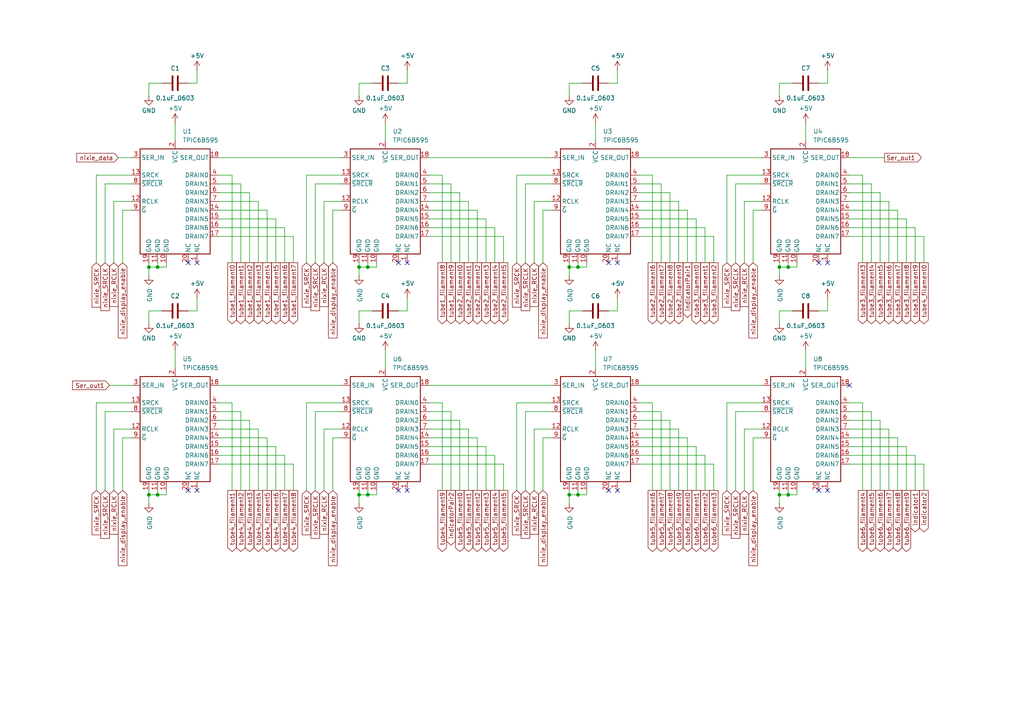
<source format=kicad_sch>
(kicad_sch (version 20250114) (generator "eeschema") (generator_version "9.0")
  (paper "A4")
  (title_block (title "Nixie Control - Shift Register") (date "2025-10-04") (rev "1") (company "Kadin Whiting"))
  (lib_symbols
    (symbol "Device:C" (pin_numbers (hide yes)) (pin_names (offset 0.254))
      (property "Reference" "C" (at 0.635 2.54 0))
      (property "Value" "C" (at 0.635 -2.54 0))
      (symbol "C_0_1"
        (polyline (pts (xy -2.032 0.762) (xy 2.032 0.762)) (stroke (width 0.508)))
        (polyline (pts (xy -2.032 -0.762) (xy 2.032 -0.762)) (stroke (width 0.508)))
      )
      (symbol "C_1_1"
        (pin passive line (at 0 3.81 270) (length 2.794) (name "~") (number "1"))
        (pin passive line (at 0 -3.81 90) (length 2.794) (name "~") (number "2"))
      )
    )
    (symbol "TPIC6B595DWR_1" (pin_names (offset 0.381))
      (property "Reference" "U1" (at 2.1433 17.78 0))
      (property "Value" "TPIC6B595" (at 2.1433 15.24 0))
      (symbol "TPIC6B595DWR_1_0_1"
        (rectangle (start -10.16 12.7) (end 10.16 -17.78) (stroke (width 0.254)))
      )
      (symbol "TPIC6B595DWR_1_1_1"
        (pin input line (at -12.7 10.16 0) (length 2.54) (name "SER_IN") (number "3"))
        (pin input line (at -12.7 5.08 0) (length 2.54) (name "SRCK") (number "13"))
        (pin input line (at -12.7 2.54 0) (length 2.54) (name "~{SRCLR}") (number "8"))
        (pin input line (at -12.7 -2.54 0) (length 2.54) (name "RCLK") (number "12"))
        (pin input line (at -12.7 -5.08 0) (length 2.54) (name "~{G}") (number "9"))
        (pin power_in line (at -7.62 -20.32 90) (length 2.54) (name "GND") (number "19"))
        (pin passive line (at -5.08 -20.32 90) (length 2.54) (name "GND") (number "11"))
        (pin passive line (at -2.54 -20.32 90) (length 2.54) (name "GND") (number "10"))
        (pin power_in line (at 0 15.24 270) (length 2.54) (name "VCC") (number "2"))
        (pin passive line (at 3.81 -20.32 90) (length 2.54) (name "NC") (number "20"))
        (pin power_in line (at 6.35 -20.32 90) (length 2.54) (name "NC") (number "1"))
        (pin output line (at 12.7 10.16 180) (length 2.54) (name "SER_OUT") (number "18"))
        (pin open_collector line (at 12.7 5.08 180) (length 2.54) (name "DRAIN0") (number "4"))
        (pin open_collector line (at 12.7 2.54 180) (length 2.54) (name "DRAIN1") (number "5"))
        (pin open_collector line (at 12.7 0 180) (length 2.54) (name "DRAIN2") (number "6"))
        (pin open_collector line (at 12.7 -2.54 180) (length 2.54) (name "DRAIN3") (number "7"))
        (pin open_collector line (at 12.7 -5.08 180) (length 2.54) (name "DRAIN4") (number "14"))
        (pin open_collector line (at 12.7 -7.62 180) (length 2.54) (name "DRAIN5") (number "15"))
        (pin open_collector line (at 12.7 -10.16 180) (length 2.54) (name "DRAIN6") (number "16"))
        (pin open_collector line (at 12.7 -12.7 180) (length 2.54) (name "DRAIN7") (number "17"))
      )
    )
    (symbol "power:+5V" (power) (pin_numbers (hide yes)) (pin_names (offset 0) (hide yes))
      (property "Value" "+5V" (at 0 3.556 0))
      (symbol "+5V_0_1"
        (polyline (pts (xy -0.762 1.27) (xy 0 2.54)))
        (polyline (pts (xy 0 2.54) (xy 0.762 1.27)))
        (polyline (pts (xy 0 0) (xy 0 2.54)))
      )
      (symbol "+5V_1_1"
        (pin power_in line (at 0 0 90) (length 0) (name "~") (number "1"))
      )
    )
    (symbol "power:GND" (power) (pin_numbers (hide yes)) (pin_names (offset 0) (hide yes))
      (property "Value" "GND" (at 0 -3.81 0))
      (symbol "GND_0_1"
        (polyline (pts (xy 0 0) (xy 0 -1.27) (xy 1.27 -1.27) (xy 0 -2.54) (xy -1.27 -1.27) (xy 0 -1.27)))
      )
      (symbol "GND_1_1"
        (pin power_in line (at 0 0 270) (length 0) (name "~") (number "1"))
      )
    )
  )
  (junction (at 43.18 77.47))
  (junction (at 165.1 77.47))
  (junction (at 165.1 143.51))
  (junction (at 226.06 77.47))
  (junction (at 167.64 143.51))
  (junction (at 226.06 143.51))
  (junction (at 167.64 77.47))
  (junction (at 228.6 77.47))
  (junction (at 106.68 77.47))
  (junction (at 104.14 143.51))
  (junction (at 43.18 143.51))
  (junction (at 45.72 143.51))
  (junction (at 104.14 77.47))
  (junction (at 228.6 143.51))
  (junction (at 45.72 77.47))
  (junction (at 106.68 143.51))
  (no_connect (at 246.38 111.76))
  (no_connect (at 118.11 76.2))
  (no_connect (at 179.07 142.24))
  (no_connect (at 240.03 76.2))
  (no_connect (at 240.03 142.24))
  (no_connect (at 57.15 142.24))
  (no_connect (at 237.49 76.2))
  (no_connect (at 176.53 76.2))
  (no_connect (at 237.49 142.24))
  (no_connect (at 54.61 76.2))
  (no_connect (at 54.61 142.24))
  (no_connect (at 115.57 142.24))
  (no_connect (at 176.53 142.24))
  (no_connect (at 118.11 142.24))
  (no_connect (at 115.57 76.2))
  (no_connect (at 57.15 76.2))
  (no_connect (at 179.07 76.2))
  (wire (pts (xy 246.38 66.04) (xy 265.43 66.04)))
  (wire (pts (xy 255.27 55.88) (xy 246.38 55.88)))
  (wire (pts (xy 63.5 58.42) (xy 74.93 58.42)))
  (wire (pts (xy 170.18 142.24) (xy 170.18 143.51)))
  (wire (pts (xy 69.85 119.38) (xy 63.5 119.38)))
  (wire (pts (xy 252.73 76.2) (xy 252.73 53.34)))
  (wire (pts (xy 220.98 127) (xy 218.44 127)))
  (wire (pts (xy 57.15 90.17) (xy 54.61 90.17)))
  (wire (pts (xy 130.81 119.38) (xy 130.81 142.24)))
  (wire (pts (xy 93.98 124.46) (xy 93.98 142.24)))
  (wire (pts (xy 179.07 20.32) (xy 179.07 24.13)))
  (wire (pts (xy 240.03 24.13) (xy 237.49 24.13)))
  (wire (pts (xy 63.5 134.62) (xy 85.09 134.62)))
  (wire (pts (xy 191.77 119.38) (xy 191.77 142.24)))
  (wire (pts (xy 226.06 77.47) (xy 226.06 76.2)))
  (wire (pts (xy 143.51 66.04) (xy 143.51 76.2)))
  (wire (pts (xy 199.39 60.96) (xy 199.39 76.2)))
  (wire (pts (xy 45.72 142.24) (xy 45.72 143.51)))
  (wire (pts (xy 231.14 77.47) (xy 228.6 77.47)))
  (wire (pts (xy 240.03 90.17) (xy 237.49 90.17)))
  (wire (pts (xy 45.72 77.47) (xy 43.18 77.47)))
  (wire (pts (xy 63.5 50.8) (xy 67.31 50.8)))
  (wire (pts (xy 252.73 119.38) (xy 252.73 142.24)))
  (wire (pts (xy 250.19 76.2) (xy 250.19 50.8)))
  (wire (pts (xy 109.22 143.51) (xy 106.68 143.51)))
  (wire (pts (xy 231.14 76.2) (xy 231.14 77.47)))
  (wire (pts (xy 185.42 68.58) (xy 207.01 68.58)))
  (wire (pts (xy 170.18 77.47) (xy 167.64 77.47)))
  (wire (pts (xy 267.97 134.62) (xy 267.97 142.24)))
  (wire (pts (xy 228.6 143.51) (xy 226.06 143.51)))
  (wire (pts (xy 167.64 142.24) (xy 167.64 143.51)))
  (wire (pts (xy 250.19 50.8) (xy 246.38 50.8)))
  (wire (pts (xy 63.5 111.76) (xy 99.06 111.76)))
  (wire (pts (xy 99.06 60.96) (xy 96.52 60.96)))
  (wire (pts (xy 191.77 53.34) (xy 185.42 53.34)))
  (wire (pts (xy 124.46 121.92) (xy 133.35 121.92)))
  (wire (pts (xy 138.43 60.96) (xy 138.43 76.2)))
  (wire (pts (xy 246.38 124.46) (xy 257.81 124.46)))
  (wire (pts (xy 154.94 76.2) (xy 154.94 58.42)))
  (wire (pts (xy 240.03 20.32) (xy 240.03 24.13)))
  (wire (pts (xy 48.26 76.2) (xy 48.26 77.47)))
  (wire (pts (xy 118.11 20.32) (xy 118.11 24.13)))
  (wire (pts (xy 170.18 143.51) (xy 167.64 143.51)))
  (wire (pts (xy 257.81 124.46) (xy 257.81 142.24)))
  (wire (pts (xy 106.68 76.2) (xy 106.68 77.47)))
  (wire (pts (xy 185.42 127) (xy 199.39 127)))
  (wire (pts (xy 189.23 76.2) (xy 189.23 50.8)))
  (wire (pts (xy 185.42 134.62) (xy 207.01 134.62)))
  (wire (pts (xy 154.94 142.24) (xy 154.94 124.46)))
  (wire (pts (xy 246.38 63.5) (xy 262.89 63.5)))
  (wire (pts (xy 99.06 53.34) (xy 91.44 53.34)))
  (wire (pts (xy 215.9 58.42) (xy 215.9 76.2)))
  (wire (pts (xy 165.1 146.05) (xy 165.1 143.51)))
  (wire (pts (xy 262.89 129.54) (xy 262.89 142.24)))
  (wire (pts (xy 63.5 132.08) (xy 82.55 132.08)))
  (wire (pts (xy 128.27 76.2) (xy 128.27 50.8)))
  (wire (pts (xy 218.44 127) (xy 218.44 142.24)))
  (wire (pts (xy 231.14 142.24) (xy 231.14 143.51)))
  (wire (pts (xy 30.48 119.38) (xy 30.48 142.24)))
  (wire (pts (xy 46.99 90.17) (xy 43.18 90.17)))
  (wire (pts (xy 130.81 76.2) (xy 130.81 53.34)))
  (wire (pts (xy 74.93 58.42) (xy 74.93 76.2)))
  (wire (pts (xy 104.14 80.01) (xy 104.14 77.47)))
  (wire (pts (xy 85.09 68.58) (xy 85.09 76.2)))
  (wire (pts (xy 246.38 129.54) (xy 262.89 129.54)))
  (wire (pts (xy 72.39 121.92) (xy 63.5 121.92)))
  (wire (pts (xy 165.1 77.47) (xy 165.1 76.2)))
  (wire (pts (xy 228.6 77.47) (xy 226.06 77.47)))
  (wire (pts (xy 38.1 127) (xy 35.56 127)))
  (wire (pts (xy 226.06 146.05) (xy 226.06 143.51)))
  (wire (pts (xy 88.9 50.8) (xy 88.9 76.2)))
  (wire (pts (xy 167.64 143.51) (xy 165.1 143.51)))
  (wire (pts (xy 140.97 63.5) (xy 140.97 76.2)))
  (wire (pts (xy 215.9 124.46) (xy 215.9 142.24)))
  (wire (pts (xy 185.42 111.76) (xy 220.98 111.76)))
  (wire (pts (xy 204.47 132.08) (xy 204.47 142.24)))
  (wire (pts (xy 196.85 124.46) (xy 196.85 142.24)))
  (wire (pts (xy 133.35 76.2) (xy 133.35 55.88)))
  (wire (pts (xy 154.94 58.42) (xy 160.02 58.42)))
  (wire (pts (xy 246.38 121.92) (xy 255.27 121.92)))
  (wire (pts (xy 128.27 50.8) (xy 124.46 50.8)))
  (wire (pts (xy 204.47 66.04) (xy 204.47 76.2)))
  (wire (pts (xy 262.89 63.5) (xy 262.89 76.2)))
  (wire (pts (xy 63.5 68.58) (xy 85.09 68.58)))
  (wire (pts (xy 154.94 124.46) (xy 160.02 124.46)))
  (wire (pts (xy 38.1 58.42) (xy 33.02 58.42)))
  (wire (pts (xy 233.68 101.6) (xy 233.68 106.68)))
  (wire (pts (xy 194.31 76.2) (xy 194.31 55.88)))
  (wire (pts (xy 257.81 58.42) (xy 246.38 58.42)))
  (wire (pts (xy 67.31 142.24) (xy 67.31 116.84)))
  (wire (pts (xy 118.11 24.13) (xy 115.57 24.13)))
  (wire (pts (xy 165.1 24.13) (xy 165.1 27.94)))
  (wire (pts (xy 91.44 119.38) (xy 91.44 142.24)))
  (wire (pts (xy 69.85 142.24) (xy 69.85 119.38)))
  (wire (pts (xy 109.22 77.47) (xy 106.68 77.47)))
  (wire (pts (xy 93.98 58.42) (xy 93.98 76.2)))
  (wire (pts (xy 38.1 119.38) (xy 30.48 119.38)))
  (wire (pts (xy 80.01 63.5) (xy 80.01 76.2)))
  (wire (pts (xy 48.26 143.51) (xy 45.72 143.51)))
  (wire (pts (xy 38.1 53.34) (xy 30.48 53.34)))
  (wire (pts (xy 210.82 142.24) (xy 210.82 116.84)))
  (wire (pts (xy 63.5 60.96) (xy 77.47 60.96)))
  (wire (pts (xy 38.1 50.8) (xy 27.94 50.8)))
  (wire (pts (xy 124.46 134.62) (xy 146.05 134.62)))
  (wire (pts (xy 260.35 127) (xy 260.35 142.24)))
  (wire (pts (xy 152.4 53.34) (xy 160.02 53.34)))
  (wire (pts (xy 35.56 60.96) (xy 35.56 76.2)))
  (wire (pts (xy 160.02 127) (xy 157.48 127)))
  (wire (pts (xy 128.27 116.84) (xy 128.27 142.24)))
  (wire (pts (xy 226.06 24.13) (xy 226.06 27.94)))
  (wire (pts (xy 31.75 111.76) (xy 38.1 111.76)))
  (wire (pts (xy 99.06 119.38) (xy 91.44 119.38)))
  (wire (pts (xy 57.15 24.13) (xy 54.61 24.13)))
  (wire (pts (xy 99.06 50.8) (xy 88.9 50.8)))
  (wire (pts (xy 50.8 35.56) (xy 50.8 40.64)))
  (wire (pts (xy 80.01 129.54) (xy 80.01 142.24)))
  (wire (pts (xy 246.38 68.58) (xy 267.97 68.58)))
  (wire (pts (xy 246.38 116.84) (xy 250.19 116.84)))
  (wire (pts (xy 179.07 90.17) (xy 176.53 90.17)))
  (wire (pts (xy 111.76 101.6) (xy 111.76 106.68)))
  (wire (pts (xy 45.72 76.2) (xy 45.72 77.47)))
  (wire (pts (xy 260.35 60.96) (xy 260.35 76.2)))
  (wire (pts (xy 107.95 24.13) (xy 104.14 24.13)))
  (wire (pts (xy 133.35 55.88) (xy 124.46 55.88)))
  (wire (pts (xy 63.5 53.34) (xy 69.85 53.34)))
  (wire (pts (xy 124.46 129.54) (xy 140.97 129.54)))
  (wire (pts (xy 43.18 77.47) (xy 43.18 76.2)))
  (wire (pts (xy 67.31 116.84) (xy 63.5 116.84)))
  (wire (pts (xy 194.31 121.92) (xy 194.31 142.24)))
  (wire (pts (xy 231.14 143.51) (xy 228.6 143.51)))
  (wire (pts (xy 246.38 119.38) (xy 252.73 119.38)))
  (wire (pts (xy 30.48 53.34) (xy 30.48 76.2)))
  (wire (pts (xy 135.89 58.42) (xy 124.46 58.42)))
  (wire (pts (xy 157.48 127) (xy 157.48 142.24)))
  (wire (pts (xy 226.06 80.01) (xy 226.06 77.47)))
  (wire (pts (xy 172.72 35.56) (xy 172.72 40.64)))
  (wire (pts (xy 229.87 24.13) (xy 226.06 24.13)))
  (wire (pts (xy 149.86 50.8) (xy 160.02 50.8)))
  (wire (pts (xy 185.42 60.96) (xy 199.39 60.96)))
  (wire (pts (xy 220.98 53.34) (xy 213.36 53.34)))
  (wire (pts (xy 167.64 77.47) (xy 165.1 77.47)))
  (wire (pts (xy 265.43 66.04) (xy 265.43 76.2)))
  (wire (pts (xy 99.06 58.42) (xy 93.98 58.42)))
  (wire (pts (xy 45.72 143.51) (xy 43.18 143.51)))
  (wire (pts (xy 170.18 76.2) (xy 170.18 77.47)))
  (wire (pts (xy 246.38 127) (xy 260.35 127)))
  (wire (pts (xy 226.06 143.51) (xy 226.06 142.24)))
  (wire (pts (xy 124.46 60.96) (xy 138.43 60.96)))
  (wire (pts (xy 33.02 58.42) (xy 33.02 76.2)))
  (wire (pts (xy 185.42 124.46) (xy 196.85 124.46)))
  (wire (pts (xy 240.03 86.36) (xy 240.03 90.17)))
  (wire (pts (xy 104.14 146.05) (xy 104.14 143.51)))
  (wire (pts (xy 27.94 50.8) (xy 27.94 76.2)))
  (wire (pts (xy 229.87 90.17) (xy 226.06 90.17)))
  (wire (pts (xy 210.82 116.84) (xy 220.98 116.84)))
  (wire (pts (xy 246.38 132.08) (xy 265.43 132.08)))
  (wire (pts (xy 146.05 134.62) (xy 146.05 142.24)))
  (wire (pts (xy 165.1 143.51) (xy 165.1 142.24)))
  (wire (pts (xy 168.91 90.17) (xy 165.1 90.17)))
  (wire (pts (xy 199.39 127) (xy 199.39 142.24)))
  (wire (pts (xy 168.91 24.13) (xy 165.1 24.13)))
  (wire (pts (xy 213.36 119.38) (xy 213.36 142.24)))
  (wire (pts (xy 33.02 142.24) (xy 33.02 124.46)))
  (wire (pts (xy 143.51 132.08) (xy 143.51 142.24)))
  (wire (pts (xy 255.27 121.92) (xy 255.27 142.24)))
  (wire (pts (xy 27.94 142.24) (xy 27.94 116.84)))
  (wire (pts (xy 220.98 50.8) (xy 210.82 50.8)))
  (wire (pts (xy 185.42 132.08) (xy 204.47 132.08)))
  (wire (pts (xy 124.46 45.72) (xy 160.02 45.72)))
  (wire (pts (xy 111.76 35.56) (xy 111.76 40.64)))
  (wire (pts (xy 77.47 60.96) (xy 77.47 76.2)))
  (wire (pts (xy 104.14 24.13) (xy 104.14 27.94)))
  (wire (pts (xy 43.18 143.51) (xy 43.18 142.24)))
  (wire (pts (xy 118.11 86.36) (xy 118.11 90.17)))
  (wire (pts (xy 63.5 63.5) (xy 80.01 63.5)))
  (wire (pts (xy 152.4 119.38) (xy 160.02 119.38)))
  (wire (pts (xy 124.46 66.04) (xy 143.51 66.04)))
  (wire (pts (xy 246.38 134.62) (xy 267.97 134.62)))
  (wire (pts (xy 191.77 76.2) (xy 191.77 53.34)))
  (wire (pts (xy 99.06 127) (xy 96.52 127)))
  (wire (pts (xy 46.99 24.13) (xy 43.18 24.13)))
  (wire (pts (xy 179.07 24.13) (xy 176.53 24.13)))
  (wire (pts (xy 185.42 66.04) (xy 204.47 66.04)))
  (wire (pts (xy 160.02 60.96) (xy 157.48 60.96)))
  (wire (pts (xy 179.07 86.36) (xy 179.07 90.17)))
  (wire (pts (xy 152.4 76.2) (xy 152.4 53.34)))
  (wire (pts (xy 207.01 134.62) (xy 207.01 142.24)))
  (wire (pts (xy 63.5 127) (xy 77.47 127)))
  (wire (pts (xy 135.89 124.46) (xy 135.89 142.24)))
  (wire (pts (xy 74.93 124.46) (xy 63.5 124.46)))
  (wire (pts (xy 207.01 68.58) (xy 207.01 76.2)))
  (wire (pts (xy 99.06 124.46) (xy 93.98 124.46)))
  (wire (pts (xy 189.23 50.8) (xy 185.42 50.8)))
  (wire (pts (xy 74.93 142.24) (xy 74.93 124.46)))
  (wire (pts (xy 33.02 124.46) (xy 38.1 124.46)))
  (wire (pts (xy 88.9 116.84) (xy 88.9 142.24)))
  (wire (pts (xy 96.52 60.96) (xy 96.52 76.2)))
  (wire (pts (xy 38.1 60.96) (xy 35.56 60.96)))
  (wire (pts (xy 133.35 121.92) (xy 133.35 142.24)))
  (wire (pts (xy 135.89 76.2) (xy 135.89 58.42)))
  (wire (pts (xy 63.5 45.72) (xy 99.06 45.72)))
  (wire (pts (xy 69.85 53.34) (xy 69.85 76.2)))
  (wire (pts (xy 185.42 129.54) (xy 201.93 129.54)))
  (wire (pts (xy 99.06 116.84) (xy 88.9 116.84)))
  (wire (pts (xy 218.44 60.96) (xy 218.44 76.2)))
  (wire (pts (xy 196.85 76.2) (xy 196.85 58.42)))
  (wire (pts (xy 63.5 66.04) (xy 82.55 66.04)))
  (wire (pts (xy 189.23 116.84) (xy 189.23 142.24)))
  (wire (pts (xy 267.97 68.58) (xy 267.97 76.2)))
  (wire (pts (xy 124.46 68.58) (xy 146.05 68.58)))
  (wire (pts (xy 233.68 35.56) (xy 233.68 40.64)))
  (wire (pts (xy 72.39 142.24) (xy 72.39 121.92)))
  (wire (pts (xy 57.15 86.36) (xy 57.15 90.17)))
  (wire (pts (xy 57.15 20.32) (xy 57.15 24.13)))
  (wire (pts (xy 220.98 124.46) (xy 215.9 124.46)))
  (wire (pts (xy 67.31 50.8) (xy 67.31 76.2)))
  (wire (pts (xy 124.46 116.84) (xy 128.27 116.84)))
  (wire (pts (xy 220.98 60.96) (xy 218.44 60.96)))
  (wire (pts (xy 27.94 116.84) (xy 38.1 116.84)))
  (wire (pts (xy 201.93 63.5) (xy 201.93 76.2)))
  (wire (pts (xy 124.46 63.5) (xy 140.97 63.5)))
  (wire (pts (xy 106.68 143.51) (xy 104.14 143.51)))
  (wire (pts (xy 35.56 127) (xy 35.56 142.24)))
  (wire (pts (xy 118.11 90.17) (xy 115.57 90.17)))
  (wire (pts (xy 130.81 53.34) (xy 124.46 53.34)))
  (wire (pts (xy 82.55 132.08) (xy 82.55 142.24)))
  (wire (pts (xy 185.42 121.92) (xy 194.31 121.92)))
  (wire (pts (xy 48.26 77.47) (xy 45.72 77.47)))
  (wire (pts (xy 256.54 45.72) (xy 246.38 45.72)))
  (wire (pts (xy 165.1 90.17) (xy 165.1 93.98)))
  (wire (pts (xy 146.05 68.58) (xy 146.05 76.2)))
  (wire (pts (xy 157.48 60.96) (xy 157.48 76.2)))
  (wire (pts (xy 107.95 90.17) (xy 104.14 90.17)))
  (wire (pts (xy 106.68 142.24) (xy 106.68 143.51)))
  (wire (pts (xy 255.27 76.2) (xy 255.27 55.88)))
  (wire (pts (xy 165.1 80.01) (xy 165.1 77.47)))
  (wire (pts (xy 104.14 90.17) (xy 104.14 93.98)))
  (wire (pts (xy 50.8 101.6) (xy 50.8 106.68)))
  (wire (pts (xy 210.82 50.8) (xy 210.82 76.2)))
  (wire (pts (xy 194.31 55.88) (xy 185.42 55.88)))
  (wire (pts (xy 106.68 77.47) (xy 104.14 77.47)))
  (wire (pts (xy 220.98 58.42) (xy 215.9 58.42)))
  (wire (pts (xy 109.22 142.24) (xy 109.22 143.51)))
  (wire (pts (xy 196.85 58.42) (xy 185.42 58.42)))
  (wire (pts (xy 226.06 90.17) (xy 226.06 93.98)))
  (wire (pts (xy 109.22 76.2) (xy 109.22 77.47)))
  (wire (pts (xy 63.5 55.88) (xy 72.39 55.88)))
  (wire (pts (xy 213.36 53.34) (xy 213.36 76.2)))
  (wire (pts (xy 250.19 116.84) (xy 250.19 142.24)))
  (wire (pts (xy 43.18 90.17) (xy 43.18 93.98)))
  (wire (pts (xy 228.6 142.24) (xy 228.6 143.51)))
  (wire (pts (xy 48.26 142.24) (xy 48.26 143.51)))
  (wire (pts (xy 172.72 101.6) (xy 172.72 106.68)))
  (wire (pts (xy 104.14 77.47) (xy 104.14 76.2)))
  (wire (pts (xy 77.47 127) (xy 77.47 142.24)))
  (wire (pts (xy 201.93 129.54) (xy 201.93 142.24)))
  (wire (pts (xy 228.6 76.2) (xy 228.6 77.47)))
  (wire (pts (xy 257.81 76.2) (xy 257.81 58.42)))
  (wire (pts (xy 72.39 55.88) (xy 72.39 76.2)))
  (wire (pts (xy 140.97 129.54) (xy 140.97 142.24)))
  (wire (pts (xy 152.4 142.24) (xy 152.4 119.38)))
  (wire (pts (xy 138.43 127) (xy 138.43 142.24)))
  (wire (pts (xy 149.86 116.84) (xy 160.02 116.84)))
  (wire (pts (xy 124.46 119.38) (xy 130.81 119.38)))
  (wire (pts (xy 124.46 127) (xy 138.43 127)))
  (wire (pts (xy 91.44 53.34) (xy 91.44 76.2)))
  (wire (pts (xy 104.14 143.51) (xy 104.14 142.24)))
  (wire (pts (xy 246.38 60.96) (xy 260.35 60.96)))
  (wire (pts (xy 124.46 124.46) (xy 135.89 124.46)))
  (wire (pts (xy 167.64 76.2) (xy 167.64 77.47)))
  (wire (pts (xy 185.42 116.84) (xy 189.23 116.84)))
  (wire (pts (xy 265.43 132.08) (xy 265.43 142.24)))
  (wire (pts (xy 185.42 63.5) (xy 201.93 63.5)))
  (wire (pts (xy 43.18 80.01) (xy 43.18 77.47)))
  (wire (pts (xy 82.55 66.04) (xy 82.55 76.2)))
  (wire (pts (xy 185.42 45.72) (xy 220.98 45.72)))
  (wire (pts (xy 124.46 111.76) (xy 160.02 111.76)))
  (wire (pts (xy 43.18 146.05) (xy 43.18 143.51)))
  (wire (pts (xy 34.29 45.72) (xy 38.1 45.72)))
  (wire (pts (xy 96.52 127) (xy 96.52 142.24)))
  (wire (pts (xy 149.86 142.24) (xy 149.86 116.84)))
  (wire (pts (xy 149.86 76.2) (xy 149.86 50.8)))
  (wire (pts (xy 85.09 134.62) (xy 85.09 142.24)))
  (wire (pts (xy 124.46 132.08) (xy 143.51 132.08)))
  (wire (pts (xy 63.5 129.54) (xy 80.01 129.54)))
  (wire (pts (xy 43.18 24.13) (xy 43.18 27.94)))
  (wire (pts (xy 252.73 53.34) (xy 246.38 53.34)))
  (wire (pts (xy 185.42 119.38) (xy 191.77 119.38)))
  (wire (pts (xy 220.98 119.38) (xy 213.36 119.38)))
  (global_label "tube5_filament2" (shape output) (at 138.43 142.24 270) (property "Intersheetrefs" "${INTERSHEET_REFS}" (effects (hide yes))))
  (global_label "tube1_filament7" (shape output) (at 85.09 76.2 270) (property "Intersheetrefs" "${INTERSHEET_REFS}" (effects (hide yes))))
  (global_label "tube3_filament3" (shape output) (at 250.19 76.2 270) (property "Intersheetrefs" "${INTERSHEET_REFS}" (effects (hide yes))))
  (global_label "indicatorPair2" (shape output) (at 130.81 142.24 270) (property "Intersheetrefs" "${INTERSHEET_REFS}" (effects (hide yes))))
  (global_label "nixie_SRCK" (shape input) (at 27.94 142.24 270) (property "Intersheetrefs" "${INTERSHEET_REFS}" (effects (hide yes))))
  (global_label "tube3_filament7" (shape output) (at 260.35 76.2 270) (property "Intersheetrefs" "${INTERSHEET_REFS}" (effects (hide yes))))
  (global_label "nixie_display_enable" (shape input) (at 218.44 76.2 270) (property "Intersheetrefs" "${INTERSHEET_REFS}" (effects (hide yes))))
  (global_label "tube4_filament7" (shape output) (at 82.55 142.24 270) (property "Intersheetrefs" "${INTERSHEET_REFS}" (effects (hide yes))))
  (global_label "tube2_filament8" (shape output) (at 194.31 76.2 270) (property "Intersheetrefs" "${INTERSHEET_REFS}" (effects (hide yes))))
  (global_label "nixie_display_enable" (shape input) (at 157.48 142.24 270) (property "Intersheetrefs" "${INTERSHEET_REFS}" (effects (hide yes))))
  (global_label "nixie_SRCLK" (shape input) (at 152.4 76.2 270) (property "Intersheetrefs" "${INTERSHEET_REFS}" (effects (hide yes))))
  (global_label "nixie_display_enable" (shape input) (at 96.52 76.2 270) (property "Intersheetrefs" "${INTERSHEET_REFS}" (effects (hide yes))))
  (global_label "tube2_filament7" (shape output) (at 191.77 76.2 270) (property "Intersheetrefs" "${INTERSHEET_REFS}" (effects (hide yes))))
  (global_label "tube5_filament7" (shape output) (at 191.77 142.24 270) (property "Intersheetrefs" "${INTERSHEET_REFS}" (effects (hide yes))))
  (global_label "nixie_RCLK" (shape input) (at 33.02 76.2 270) (property "Intersheetrefs" "${INTERSHEET_REFS}" (effects (hide yes))))
  (global_label "Ser_out1" (shape input) (at 31.75 111.76 180) (property "Intersheetrefs" "${INTERSHEET_REFS}" (effects (hide yes))))
  (global_label "indicator1" (shape output) (at 265.43 142.24 270) (property "Intersheetrefs" "${INTERSHEET_REFS}" (effects (hide yes))))
  (global_label "tube5_filament4" (shape output) (at 143.51 142.24 270) (property "Intersheetrefs" "${INTERSHEET_REFS}" (effects (hide yes))))
  (global_label "tube2_filament0" (shape output) (at 133.35 76.2 270) (property "Intersheetrefs" "${INTERSHEET_REFS}" (effects (hide yes))))
  (global_label "nixie_SRCLK" (shape input) (at 30.48 142.24 270) (property "Intersheetrefs" "${INTERSHEET_REFS}" (effects (hide yes))))
  (global_label "tube1_filament5" (shape output) (at 80.01 76.2 270) (property "Intersheetrefs" "${INTERSHEET_REFS}" (effects (hide yes))))
  (global_label "tube1_filament6" (shape output) (at 82.55 76.2 270) (property "Intersheetrefs" "${INTERSHEET_REFS}" (effects (hide yes))))
  (global_label "tube2_filament5" (shape output) (at 146.05 76.2 270) (property "Intersheetrefs" "${INTERSHEET_REFS}" (effects (hide yes))))
  (global_label "tube2_filament1" (shape output) (at 135.89 76.2 270) (property "Intersheetrefs" "${INTERSHEET_REFS}" (effects (hide yes))))
  (global_label "tube3_filament2" (shape output) (at 207.01 76.2 270) (property "Intersheetrefs" "${INTERSHEET_REFS}" (effects (hide yes))))
  (global_label "tube1_filament1" (shape output) (at 69.85 76.2 270) (property "Intersheetrefs" "${INTERSHEET_REFS}" (effects (hide yes))))
  (global_label "tube1_filament3" (shape output) (at 74.93 76.2 270) (property "Intersheetrefs" "${INTERSHEET_REFS}" (effects (hide yes))))
  (global_label "nixie_SRCK" (shape input) (at 149.86 142.24 270) (property "Intersheetrefs" "${INTERSHEET_REFS}" (effects (hide yes))))
  (global_label "tube2_filament3" (shape output) (at 140.97 76.2 270) (property "Intersheetrefs" "${INTERSHEET_REFS}" (effects (hide yes))))
  (global_label "tube6_filament5" (shape output) (at 252.73 142.24 270) (property "Intersheetrefs" "${INTERSHEET_REFS}" (effects (hide yes))))
  (global_label "nixie_RCLK" (shape input) (at 93.98 142.24 270) (property "Intersheetrefs" "${INTERSHEET_REFS}" (effects (hide yes))))
  (global_label "tube3_filament8" (shape output) (at 262.89 76.2 270) (property "Intersheetrefs" "${INTERSHEET_REFS}" (effects (hide yes))))
  (global_label "nixie_display_enable" (shape input) (at 35.56 142.24 270) (property "Intersheetrefs" "${INTERSHEET_REFS}" (effects (hide yes))))
  (global_label "tube5_filament8" (shape output) (at 194.31 142.24 270) (property "Intersheetrefs" "${INTERSHEET_REFS}" (effects (hide yes))))
  (global_label "tube2_filament9" (shape output) (at 196.85 76.2 270) (property "Intersheetrefs" "${INTERSHEET_REFS}" (effects (hide yes))))
  (global_label "nixie_RCLK" (shape input) (at 93.98 76.2 270) (property "Intersheetrefs" "${INTERSHEET_REFS}" (effects (hide yes))))
  (global_label "nixie_SRCK" (shape input) (at 210.82 76.2 270) (property "Intersheetrefs" "${INTERSHEET_REFS}" (effects (hide yes))))
  (global_label "nixie_display_enable" (shape input) (at 35.56 76.2 270) (property "Intersheetrefs" "${INTERSHEET_REFS}" (effects (hide yes))))
  (global_label "tube4_filament8" (shape output) (at 85.09 142.24 270) (property "Intersheetrefs" "${INTERSHEET_REFS}" (effects (hide yes))))
  (global_label "nixie_RCLK" (shape input) (at 154.94 142.24 270) (property "Intersheetrefs" "${INTERSHEET_REFS}" (effects (hide yes))))
  (global_label "nixie_SRCLK" (shape input) (at 213.36 142.24 270) (property "Intersheetrefs" "${INTERSHEET_REFS}" (effects (hide yes))))
  (global_label "tube5_filament0" (shape output) (at 133.35 142.24 270) (property "Intersheetrefs" "${INTERSHEET_REFS}" (effects (hide yes))))
  (global_label "nixie_display_enable" (shape input) (at 96.52 142.24 270) (property "Intersheetrefs" "${INTERSHEET_REFS}" (effects (hide yes))))
  (global_label "tube6_filament2" (shape output) (at 204.47 142.24 270) (property "Intersheetrefs" "${INTERSHEET_REFS}" (effects (hide yes))))
  (global_label "tube6_filament3" (shape output) (at 207.01 142.24 270) (property "Intersheetrefs" "${INTERSHEET_REFS}" (effects (hide yes))))
  (global_label "nixie_RCLK" (shape input) (at 154.94 76.2 270) (property "Intersheetrefs" "${INTERSHEET_REFS}" (effects (hide yes))))
  (global_label "indicatorPair1" (shape output) (at 199.39 76.2 270) (property "Intersheetrefs" "${INTERSHEET_REFS}" (effects (hide yes))))
  (global_label "tube6_filament6" (shape output) (at 255.27 142.24 270) (property "Intersheetrefs" "${INTERSHEET_REFS}" (effects (hide yes))))
  (global_label "tube2_filament4" (shape output) (at 143.51 76.2 270) (property "Intersheetrefs" "${INTERSHEET_REFS}" (effects (hide yes))))
  (global_label "tube5_filament6" (shape output) (at 189.23 142.24 270) (property "Intersheetrefs" "${INTERSHEET_REFS}" (effects (hide yes))))
  (global_label "tube6_filament7" (shape output) (at 257.81 142.24 270) (property "Intersheetrefs" "${INTERSHEET_REFS}" (effects (hide yes))))
  (global_label "tube4_filament5" (shape output) (at 77.47 142.24 270) (property "Intersheetrefs" "${INTERSHEET_REFS}" (effects (hide yes))))
  (global_label "tube1_filament0" (shape output) (at 67.31 76.2 270) (property "Intersheetrefs" "${INTERSHEET_REFS}" (effects (hide yes))))
  (global_label "tube3_filament1" (shape output) (at 204.47 76.2 270) (property "Intersheetrefs" "${INTERSHEET_REFS}" (effects (hide yes))))
  (global_label "tube2_filament6" (shape output) (at 189.23 76.2 270) (property "Intersheetrefs" "${INTERSHEET_REFS}" (effects (hide yes))))
  (global_label "nixie_RCLK" (shape input) (at 215.9 142.24 270) (property "Intersheetrefs" "${INTERSHEET_REFS}" (effects (hide yes))))
  (global_label "nixie_SRCLK" (shape input) (at 213.36 76.2 270) (property "Intersheetrefs" "${INTERSHEET_REFS}" (effects (hide yes))))
  (global_label "tube5_filament1" (shape output) (at 135.89 142.24 270) (property "Intersheetrefs" "${INTERSHEET_REFS}" (effects (hide yes))))
  (global_label "tube4_filament3" (shape output) (at 72.39 142.24 270) (property "Intersheetrefs" "${INTERSHEET_REFS}" (effects (hide yes))))
  (global_label "tube6_filament4" (shape output) (at 250.19 142.24 270) (property "Intersheetrefs" "${INTERSHEET_REFS}" (effects (hide yes))))
  (global_label "nixie_SRCK" (shape input) (at 210.82 142.24 270) (property "Intersheetrefs" "${INTERSHEET_REFS}" (effects (hide yes))))
  (global_label "tube3_filament0" (shape output) (at 201.93 76.2 270) (property "Intersheetrefs" "${INTERSHEET_REFS}" (effects (hide yes))))
  (global_label "tube1_filament4" (shape output) (at 77.47 76.2 270) (property "Intersheetrefs" "${INTERSHEET_REFS}" (effects (hide yes))))
  (global_label "tube1_filament8" (shape output) (at 128.27 76.2 270) (property "Intersheetrefs" "${INTERSHEET_REFS}" (effects (hide yes))))
  (global_label "nixie_RCLK" (shape input) (at 215.9 76.2 270) (property "Intersheetrefs" "${INTERSHEET_REFS}" (effects (hide yes))))
  (global_label "nixie_SRCK" (shape input) (at 88.9 76.2 270) (property "Intersheetrefs" "${INTERSHEET_REFS}" (effects (hide yes))))
  (global_label "nixie_SRCLK" (shape input) (at 91.44 142.24 270) (property "Intersheetrefs" "${INTERSHEET_REFS}" (effects (hide yes))))
  (global_label "nixie_SRCLK" (shape input) (at 30.48 76.2 270) (property "Intersheetrefs" "${INTERSHEET_REFS}" (effects (hide yes))))
  (global_label "tube1_filament9" (shape output) (at 130.81 76.2 270) (property "Intersheetrefs" "${INTERSHEET_REFS}" (effects (hide yes))))
  (global_label "tube4_filament6" (shape output) (at 80.01 142.24 270) (property "Intersheetrefs" "${INTERSHEET_REFS}" (effects (hide yes))))
  (global_label "nixie_display_enable" (shape input) (at 157.48 76.2 270) (property "Intersheetrefs" "${INTERSHEET_REFS}" (effects (hide yes))))
  (global_label "tube4_filament9" (shape output) (at 128.27 142.24 270) (property "Intersheetrefs" "${INTERSHEET_REFS}" (effects (hide yes))))
  (global_label "nixie_SRCK" (shape input) (at 27.94 76.2 270) (property "Intersheetrefs" "${INTERSHEET_REFS}" (effects (hide yes))))
  (global_label "indicator2" (shape output) (at 267.97 142.24 270) (property "Intersheetrefs" "${INTERSHEET_REFS}" (effects (hide yes))))
  (global_label "nixie_SRCK" (shape input) (at 88.9 142.24 270) (property "Intersheetrefs" "${INTERSHEET_REFS}" (effects (hide yes))))
  (global_label "tube2_filament2" (shape output) (at 138.43 76.2 270) (property "Intersheetrefs" "${INTERSHEET_REFS}" (effects (hide yes))))
  (global_label "tube5_filament9" (shape output) (at 196.85 142.24 270) (property "Intersheetrefs" "${INTERSHEET_REFS}" (effects (hide yes))))
  (global_label "tube5_filament3" (shape output) (at 140.97 142.24 270) (property "Intersheetrefs" "${INTERSHEET_REFS}" (effects (hide yes))))
  (global_label "tube4_filament1" (shape output) (at 67.31 142.24 270) (property "Intersheetrefs" "${INTERSHEET_REFS}" (effects (hide yes))))
  (global_label "nixie_SRCK" (shape input) (at 149.86 76.2 270) (property "Intersheetrefs" "${INTERSHEET_REFS}" (effects (hide yes))))
  (global_label "nixie_data" (shape input) (at 34.29 45.72 180) (property "Intersheetrefs" "${INTERSHEET_REFS}" (effects (hide yes))))
  (global_label "nixie_RCLK" (shape input) (at 33.02 142.24 270) (property "Intersheetrefs" "${INTERSHEET_REFS}" (effects (hide yes))))
  (global_label "nixie_SRCLK" (shape input) (at 91.44 76.2 270) (property "Intersheetrefs" "${INTERSHEET_REFS}" (effects (hide yes))))
  (global_label "nixie_SRCLK" (shape input) (at 152.4 142.24 270) (property "Intersheetrefs" "${INTERSHEET_REFS}" (effects (hide yes))))
  (global_label "tube3_filament6" (shape output) (at 257.81 76.2 270) (property "Intersheetrefs" "${INTERSHEET_REFS}" (effects (hide yes))))
  (global_label "tube6_filament1" (shape output) (at 201.93 142.24 270) (property "Intersheetrefs" "${INTERSHEET_REFS}" (effects (hide yes))))
  (global_label "tube3_filament5" (shape output) (at 255.27 76.2 270) (property "Intersheetrefs" "${INTERSHEET_REFS}" (effects (hide yes))))
  (global_label "nixie_display_enable" (shape input) (at 218.44 142.24 270) (property "Intersheetrefs" "${INTERSHEET_REFS}" (effects (hide yes))))
  (global_label "tube1_filament2" (shape output) (at 72.39 76.2 270) (property "Intersheetrefs" "${INTERSHEET_REFS}" (effects (hide yes))))
  (global_label "tube5_filament5" (shape output) (at 146.05 142.24 270) (property "Intersheetrefs" "${INTERSHEET_REFS}" (effects (hide yes))))
  (global_label "tube4_filament0" (shape output) (at 267.97 76.2 270) (property "Intersheetrefs" "${INTERSHEET_REFS}" (effects (hide yes))))
  (global_label "tube6_filament0" (shape output) (at 199.39 142.24 270) (property "Intersheetrefs" "${INTERSHEET_REFS}" (effects (hide yes))))
  (global_label "tube3_filament4" (shape output) (at 252.73 76.2 270) (property "Intersheetrefs" "${INTERSHEET_REFS}" (effects (hide yes))))
  (global_label "tube6_filament8" (shape output) (at 260.35 142.24 270) (property "Intersheetrefs" "${INTERSHEET_REFS}" (effects (hide yes))))
  (global_label "tube4_filament2" (shape output) (at 69.85 142.24 270) (property "Intersheetrefs" "${INTERSHEET_REFS}" (effects (hide yes))))
  (global_label "Ser_out1" (shape output) (at 256.54 45.72 0) (property "Intersheetrefs" "${INTERSHEET_REFS}" (effects (hide yes))))
  (global_label "tube3_filament9" (shape output) (at 265.43 76.2 270) (property "Intersheetrefs" "${INTERSHEET_REFS}" (effects (hide yes))))
  (global_label "tube4_filament4" (shape output) (at 74.93 142.24 270) (property "Intersheetrefs" "${INTERSHEET_REFS}" (effects (hide yes))))
  (global_label "tube6_filament9" (shape output) (at 262.89 142.24 270) (property "Intersheetrefs" "${INTERSHEET_REFS}" (effects (hide yes))))
  (symbol (lib_name "TPIC6B595DWR_1") (lib_id "My First Nixie Clock:TPIC6B595DWR") (at 172.72 121.92 0) (unit 1)
    (property "Reference" "U7" (at 174.8633 104.14 0) (effects (justify left)))
    (property "Value" "TPIC6B595" (at 174.8633 106.68 0) (effects (justify left)))
    (property "Footprint" "Footprint drive Dump 1:TPIC6B595DWR" (effects (hide yes)))
  )
  (symbol (lib_id "power:+5V") (at 118.11 86.36 0) (unit 1)
    (property "Reference" "#PWR0119" (effects (hide yes)))
    (property "Value" "+5V" (at 118.11 82.2269 0))
    (property "Description" "Power symbol creates a global label with name \"+5V\"" (effects (hide yes)))
  )
  (symbol (lib_id "power:+5V") (at 233.68 101.6 0) (unit 1)
    (property "Reference" "#PWR0124" (effects (hide yes)))
    (property "Value" "+5V" (at 233.68 97.4669 0))
    (property "Description" "Power symbol creates a global label with name \"+5V\"" (effects (hide yes)))
  )
  (symbol (lib_id "power:+5V") (at 111.76 101.6 0) (unit 1)
    (property "Reference" "#PWR0118" (effects (hide yes)))
    (property "Value" "+5V" (at 111.76 97.4669 0))
    (property "Description" "Power symbol creates a global label with name \"+5V\"" (effects (hide yes)))
  )
  (symbol (lib_id "power:+5V") (at 240.03 86.36 0) (unit 1)
    (property "Reference" "#PWR0125" (effects (hide yes)))
    (property "Value" "+5V" (at 240.03 82.2269 0))
    (property "Description" "Power symbol creates a global label with name \"+5V\"" (effects (hide yes)))
  )
  (symbol (lib_id "power:+5V") (at 50.8 35.56 0) (unit 1)
    (property "Reference" "#PWR0112" (effects (hide yes)))
    (property "Value" "+5V" (at 50.8 31.4269 0))
    (property "Description" "Power symbol creates a global label with name \"+5V\"" (effects (hide yes)))
  )
  (symbol (lib_name "TPIC6B595DWR_1") (lib_id "My First Nixie Clock:TPIC6B595DWR") (at 111.76 55.88 0) (unit 1)
    (property "Reference" "U2" (at 113.9033 38.1 0) (effects (justify left)))
    (property "Value" "TPIC6B595" (at 113.9033 40.64 0) (effects (justify left)))
    (property "Footprint" "Footprint drive Dump 1:TPIC6B595DWR" (effects (hide yes)))
  )
  (symbol (lib_id "power:GND") (at 104.14 80.01 0) (unit 1)
    (property "Reference" "#PWR01" (effects (hide yes)))
    (property "Value" "GND" (at 104.394 85.598 90))
    (property "Description" "Power symbol creates a global label with name \"GND\" , ground" (effects (hide yes)))
  )
  (symbol (lib_id "power:GND") (at 43.18 80.01 0) (unit 1)
    (property "Reference" "#PWR0107" (effects (hide yes)))
    (property "Value" "GND" (at 43.434 85.598 90))
    (property "Description" "Power symbol creates a global label with name \"GND\" , ground" (effects (hide yes)))
  )
  (symbol (lib_name "TPIC6B595DWR_1") (lib_id "My First Nixie Clock:TPIC6B595DWR") (at 172.72 55.88 0) (unit 1)
    (property "Reference" "U3" (at 174.8633 38.1 0) (effects (justify left)))
    (property "Value" "TPIC6B595" (at 174.8633 40.64 0) (effects (justify left)))
    (property "Footprint" "Footprint drive Dump 1:TPIC6B595DWR" (effects (hide yes)))
  )
  (symbol (lib_id "power:GND") (at 43.18 27.94 0) (unit 1)
    (property "Reference" "#PWR0110" (effects (hide yes)))
    (property "Value" "GND" (at 43.18 32.0731 0))
    (property "Description" "Power symbol creates a global label with name \"GND\" , ground" (effects (hide yes)))
  )
  (symbol (lib_id "power:GND") (at 165.1 146.05 0) (unit 1)
    (property "Reference" "#PWR06" (effects (hide yes)))
    (property "Value" "GND" (at 165.354 151.638 90))
    (property "Description" "Power symbol creates a global label with name \"GND\" , ground" (effects (hide yes)))
  )
  (symbol (lib_id "power:GND") (at 165.1 80.01 0) (unit 1)
    (property "Reference" "#PWR02" (effects (hide yes)))
    (property "Value" "GND" (at 165.354 85.598 90))
    (property "Description" "Power symbol creates a global label with name \"GND\" , ground" (effects (hide yes)))
  )
  (symbol (lib_id "Device:C") (at 111.76 24.13 90) (unit 1)
    (property "Reference" "C3" (at 111.76 19.812 90))
    (property "Value" "0.1uF_0603" (at 111.76 28.448 90))
    (property "Footprint" "Capacitor_SMD:C_0603_1608Metric" (effects (hide yes)))
    (property "Description" "Unpolarized capacitor" (effects (hide yes)))
  )
  (symbol (lib_id "power:+5V") (at 57.15 86.36 0) (unit 1)
    (property "Reference" "#PWR0108" (effects (hide yes)))
    (property "Value" "+5V" (at 57.15 82.2269 0))
    (property "Description" "Power symbol creates a global label with name \"+5V\"" (effects (hide yes)))
  )
  (symbol (lib_id "power:GND") (at 226.06 93.98 0) (unit 1)
    (property "Reference" "#PWR0127" (effects (hide yes)))
    (property "Value" "GND" (at 226.06 98.1131 0))
    (property "Description" "Power symbol creates a global label with name \"GND\" , ground" (effects (hide yes)))
  )
  (symbol (lib_id "power:GND") (at 104.14 146.05 0) (unit 1)
    (property "Reference" "#PWR05" (effects (hide yes)))
    (property "Value" "GND" (at 104.394 151.638 90))
    (property "Description" "Power symbol creates a global label with name \"GND\" , ground" (effects (hide yes)))
  )
  (symbol (lib_name "TPIC6B595DWR_1") (lib_id "My First Nixie Clock:TPIC6B595DWR") (at 50.8 121.92 0) (unit 1)
    (property "Reference" "U5" (at 52.9433 104.14 0) (effects (justify left)))
    (property "Value" "TPIC6B595" (at 52.9433 106.68 0) (effects (justify left)))
    (property "Footprint" "Footprint drive Dump 1:TPIC6B595DWR" (effects (hide yes)))
  )
  (symbol (lib_id "Device:C") (at 111.76 90.17 90) (unit 1)
    (property "Reference" "C4" (at 111.76 85.852 90))
    (property "Value" "0.1uF_0603" (at 111.76 94.488 90))
    (property "Footprint" "Capacitor_SMD:C_0603_1608Metric" (effects (hide yes)))
    (property "Description" "Unpolarized capacitor" (effects (hide yes)))
  )
  (symbol (lib_id "power:GND") (at 104.14 27.94 0) (unit 1)
    (property "Reference" "#PWR0115" (effects (hide yes)))
    (property "Value" "GND" (at 104.14 32.0731 0))
    (property "Description" "Power symbol creates a global label with name \"GND\" , ground" (effects (hide yes)))
  )
  (symbol (lib_id "power:GND") (at 104.14 93.98 0) (unit 1)
    (property "Reference" "#PWR0120" (effects (hide yes)))
    (property "Value" "GND" (at 104.14 98.1131 0))
    (property "Description" "Power symbol creates a global label with name \"GND\" , ground" (effects (hide yes)))
  )
  (symbol (lib_id "power:GND") (at 43.18 146.05 0) (unit 1)
    (property "Reference" "#PWR04" (effects (hide yes)))
    (property "Value" "GND" (at 43.434 151.638 90))
    (property "Description" "Power symbol creates a global label with name \"GND\" , ground" (effects (hide yes)))
  )
  (symbol (lib_id "power:+5V") (at 179.07 86.36 0) (unit 1)
    (property "Reference" "#PWR0135" (effects (hide yes)))
    (property "Value" "+5V" (at 179.07 82.2269 0))
    (property "Description" "Power symbol creates a global label with name \"+5V\"" (effects (hide yes)))
  )
  (symbol (lib_name "TPIC6B595DWR_1") (lib_id "My First Nixie Clock:TPIC6B595DWR") (at 111.76 121.92 0) (unit 1)
    (property "Reference" "U6" (at 113.9033 104.14 0) (effects (justify left)))
    (property "Value" "TPIC6B595" (at 113.9033 106.68 0) (effects (justify left)))
    (property "Footprint" "Footprint drive Dump 1:TPIC6B595DWR" (effects (hide yes)))
  )
  (symbol (lib_id "power:GND") (at 165.1 93.98 0) (unit 1)
    (property "Reference" "#PWR0133" (effects (hide yes)))
    (property "Value" "GND" (at 165.1 98.1131 0))
    (property "Description" "Power symbol creates a global label with name \"GND\" , ground" (effects (hide yes)))
  )
  (symbol (lib_id "power:+5V") (at 240.03 20.32 0) (unit 1)
    (property "Reference" "#PWR0122" (effects (hide yes)))
    (property "Value" "+5V" (at 240.03 16.1869 0))
    (property "Description" "Power symbol creates a global label with name \"+5V\"" (effects (hide yes)))
  )
  (symbol (lib_id "power:+5V") (at 57.15 20.32 0) (unit 1)
    (property "Reference" "#PWR0111" (effects (hide yes)))
    (property "Value" "+5V" (at 57.15 16.1869 0))
    (property "Description" "Power symbol creates a global label with name \"+5V\"" (effects (hide yes)))
  )
  (symbol (lib_id "power:GND") (at 226.06 27.94 0) (unit 1)
    (property "Reference" "#PWR0121" (effects (hide yes)))
    (property "Value" "GND" (at 226.06 32.0731 0))
    (property "Description" "Power symbol creates a global label with name \"GND\" , ground" (effects (hide yes)))
  )
  (symbol (lib_id "Device:C") (at 172.72 90.17 90) (unit 1)
    (property "Reference" "C6" (at 172.72 85.852 90))
    (property "Value" "0.1uF_0603" (at 172.72 94.488 90))
    (property "Footprint" "Capacitor_SMD:C_0603_1608Metric" (effects (hide yes)))
    (property "Description" "Unpolarized capacitor" (effects (hide yes)))
  )
  (symbol (lib_id "Device:C") (at 172.72 24.13 90) (unit 1)
    (property "Reference" "C5" (at 172.72 19.812 90))
    (property "Value" "0.1uF_0603" (at 172.72 28.448 90))
    (property "Footprint" "Capacitor_SMD:C_0603_1608Metric" (effects (hide yes)))
    (property "Description" "Unpolarized capacitor" (effects (hide yes)))
  )
  (symbol (lib_id "power:+5V") (at 50.8 101.6 0) (unit 1)
    (property "Reference" "#PWR0106" (effects (hide yes)))
    (property "Value" "+5V" (at 50.8 97.4669 0))
    (property "Description" "Power symbol creates a global label with name \"+5V\"" (effects (hide yes)))
  )
  (symbol (lib_id "power:+5V") (at 118.11 20.32 0) (unit 1)
    (property "Reference" "#PWR0116" (effects (hide yes)))
    (property "Value" "+5V" (at 118.11 16.1869 0))
    (property "Description" "Power symbol creates a global label with name \"+5V\"" (effects (hide yes)))
  )
  (symbol (lib_name "TPIC6B595DWR_1") (lib_id "My First Nixie Clock:TPIC6B595DWR") (at 233.68 55.88 0) (unit 1)
    (property "Reference" "U4" (at 235.8233 38.1 0) (effects (justify left)))
    (property "Value" "TPIC6B595" (at 235.8233 40.64 0) (effects (justify left)))
    (property "Footprint" "Footprint drive Dump 1:TPIC6B595DWR" (effects (hide yes)))
  )
  (symbol (lib_id "power:GND") (at 226.06 80.01 0) (unit 1)
    (property "Reference" "#PWR03" (effects (hide yes)))
    (property "Value" "GND" (at 226.314 85.598 90))
    (property "Description" "Power symbol creates a global label with name \"GND\" , ground" (effects (hide yes)))
  )
  (symbol (lib_id "power:GND") (at 226.06 146.05 0) (unit 1)
    (property "Reference" "#PWR07" (effects (hide yes)))
    (property "Value" "GND" (at 226.314 151.638 90))
    (property "Description" "Power symbol creates a global label with name \"GND\" , ground" (effects (hide yes)))
  )
  (symbol (lib_name "TPIC6B595DWR_1") (lib_id "My First Nixie Clock:TPIC6B595DWR") (at 50.8 55.88 0) (unit 1)
    (property "Reference" "U1" (at 52.9433 38.1 0) (effects (justify left)))
    (property "Value" "TPIC6B595" (at 52.9433 40.64 0) (effects (justify left)))
    (property "Footprint" "Footprint drive Dump 1:TPIC6B595DWR" (effects (hide yes)))
  )
  (symbol (lib_id "power:GND") (at 43.18 93.98 0) (unit 1)
    (property "Reference" "#PWR0105" (effects (hide yes)))
    (property "Value" "GND" (at 43.18 98.1131 0))
    (property "Description" "Power symbol creates a global label with name \"GND\" , ground" (effects (hide yes)))
  )
  (symbol (lib_id "power:+5V") (at 172.72 35.56 0) (unit 1)
    (property "Reference" "#PWR0138" (effects (hide yes)))
    (property "Value" "+5V" (at 172.72 31.4269 0))
    (property "Description" "Power symbol creates a global label with name \"+5V\"" (effects (hide yes)))
  )
  (symbol (lib_id "power:+5V") (at 233.68 35.56 0) (unit 1)
    (property "Reference" "#PWR0123" (effects (hide yes)))
    (property "Value" "+5V" (at 233.68 31.4269 0))
    (property "Description" "Power symbol creates a global label with name \"+5V\"" (effects (hide yes)))
  )
  (symbol (lib_id "power:+5V") (at 111.76 35.56 0) (unit 1)
    (property "Reference" "#PWR0117" (effects (hide yes)))
    (property "Value" "+5V" (at 111.76 31.4269 0))
    (property "Description" "Power symbol creates a global label with name \"+5V\"" (effects (hide yes)))
  )
  (symbol (lib_id "Device:C") (at 233.68 24.13 90) (unit 1)
    (property "Reference" "C7" (at 233.68 19.812 90))
    (property "Value" "0.1uF_0603" (at 233.68 28.448 90))
    (property "Footprint" "Capacitor_SMD:C_0603_1608Metric" (effects (hide yes)))
    (property "Description" "Unpolarized capacitor" (effects (hide yes)))
  )
  (symbol (lib_id "power:GND") (at 165.1 27.94 0) (unit 1)
    (property "Reference" "#PWR0139" (effects (hide yes)))
    (property "Value" "GND" (at 165.1 32.0731 0))
    (property "Description" "Power symbol creates a global label with name \"GND\" , ground" (effects (hide yes)))
  )
  (symbol (lib_id "power:+5V") (at 172.72 101.6 0) (unit 1)
    (property "Reference" "#PWR0129" (effects (hide yes)))
    (property "Value" "+5V" (at 172.72 97.4669 0))
    (property "Description" "Power symbol creates a global label with name \"+5V\"" (effects (hide yes)))
  )
  (symbol (lib_id "Device:C") (at 233.68 90.17 90) (unit 1)
    (property "Reference" "C8" (at 233.68 85.852 90))
    (property "Value" "0.1uF_0603" (at 233.68 94.488 90))
    (property "Footprint" "Capacitor_SMD:C_0603_1608Metric" (effects (hide yes)))
    (property "Description" "Unpolarized capacitor" (effects (hide yes)))
  )
  (symbol (lib_id "Device:C") (at 50.8 24.13 90) (unit 1)
    (property "Reference" "C1" (at 50.8 19.812 90))
    (property "Value" "0.1uF_0603" (at 50.8 28.448 90))
    (property "Footprint" "Capacitor_SMD:C_0603_1608Metric" (effects (hide yes)))
    (property "Description" "Unpolarized capacitor" (effects (hide yes)))
  )
  (symbol (lib_id "Device:C") (at 50.8 90.17 90) (unit 1)
    (property "Reference" "C2" (at 50.8 85.852 90))
    (property "Value" "0.1uF_0603" (at 50.8 94.488 90))
    (property "Footprint" "Capacitor_SMD:C_0603_1608Metric" (effects (hide yes)))
    (property "Description" "Unpolarized capacitor" (effects (hide yes)))
  )
  (symbol (lib_id "power:+5V") (at 179.07 20.32 0) (unit 1)
    (property "Reference" "#PWR0140" (effects (hide yes)))
    (property "Value" "+5V" (at 179.07 16.1869 0))
    (property "Description" "Power symbol creates a global label with name \"+5V\"" (effects (hide yes)))
  )
  (symbol (lib_name "TPIC6B595DWR_1") (lib_id "My First Nixie Clock:TPIC6B595DWR") (at 233.68 121.92 0) (unit 1)
    (property "Reference" "U8" (at 235.8233 104.14 0) (effects (justify left)))
    (property "Value" "TPIC6B595" (at 235.8233 106.68 0) (effects (justify left)))
    (property "Footprint" "Footprint drive Dump 1:TPIC6B595DWR" (effects (hide yes)))
  )
)
</source>
